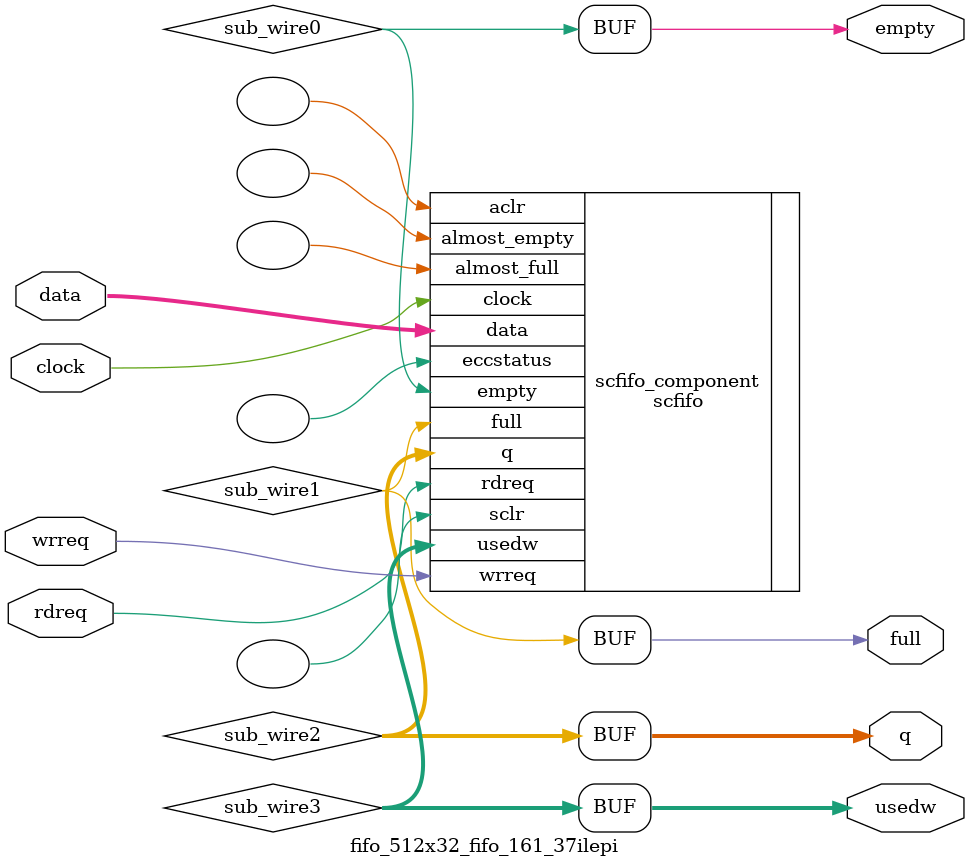
<source format=v>



`timescale 1 ps / 1 ps
// synopsys translate_on
module  fifo_512x32_fifo_161_37ilepi  (
    clock,
    data,
    rdreq,
    wrreq,
    empty,
    full,
    q,
    usedw);

    input    clock;
    input  [31:0]  data;
    input    rdreq;
    input    wrreq;
    output   empty;
    output   full;
    output [31:0]  q;
    output [8:0]  usedw;

    wire  sub_wire0;
    wire  sub_wire1;
    wire [31:0] sub_wire2;
    wire [8:0] sub_wire3;
    wire  empty = sub_wire0;
    wire  full = sub_wire1;
    wire [31:0] q = sub_wire2[31:0];
    wire [8:0] usedw = sub_wire3[8:0];

    scfifo  scfifo_component (
                .clock (clock),
                .data (data),
                .rdreq (rdreq),
                .wrreq (wrreq),
                .empty (sub_wire0),
                .full (sub_wire1),
                .q (sub_wire2),
                .usedw (sub_wire3),
                .aclr (),
                .almost_empty (),
                .almost_full (),
                .eccstatus (),
                .sclr ());
    defparam
        scfifo_component.add_ram_output_register  = "OFF",
        scfifo_component.enable_ecc  = "FALSE",
        scfifo_component.intended_device_family  = "Arria 10",
        scfifo_component.lpm_numwords  = 512,
        scfifo_component.lpm_showahead  = "ON",
        scfifo_component.lpm_type  = "scfifo",
        scfifo_component.lpm_width  = 32,
        scfifo_component.lpm_widthu  = 9,
        scfifo_component.overflow_checking  = "ON",
        scfifo_component.underflow_checking  = "ON",
        scfifo_component.use_eab  = "ON";


endmodule



</source>
